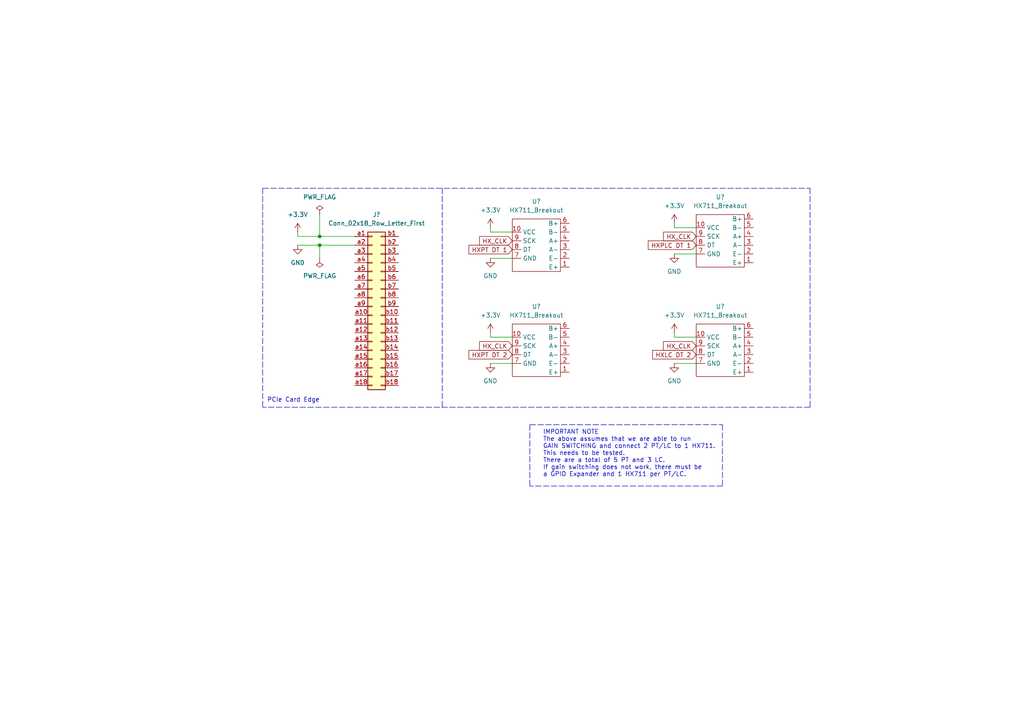
<source format=kicad_sch>
(kicad_sch (version 20211123) (generator eeschema)
  (paper "A4")
  (lib_symbols
    (symbol "Connector_Generic:Conn_02x18_Row_Letter_First" (pin_names (offset 1.016) hide)
      (property "Reference" "J" (at 1.27 22.86 0))
      (property "Value" "Conn_02x18_Row_Letter_First" (at 1.27 -25.4 0))
      (symbol "Conn_02x18_Row_Letter_First_1_1"
        (rectangle (start -1.27 -22.733) (end 0 -22.987) (stroke (width 0.1524)))
        (rectangle (start -1.27 -20.193) (end 0 -20.447) (stroke (width 0.1524)))
        (rectangle (start -1.27 -17.653) (end 0 -17.907) (stroke (width 0.1524)))
        (rectangle (start -1.27 -15.113) (end 0 -15.367) (stroke (width 0.1524)))
        (rectangle (start -1.27 -12.573) (end 0 -12.827) (stroke (width 0.1524)))
        (rectangle (start -1.27 -10.033) (end 0 -10.287) (stroke (width 0.1524)))
        (rectangle (start -1.27 -7.493) (end 0 -7.747) (stroke (width 0.1524)))
        (rectangle (start -1.27 -4.953) (end 0 -5.207) (stroke (width 0.1524)))
        (rectangle (start -1.27 -2.413) (end 0 -2.667) (stroke (width 0.1524)))
        (rectangle (start -1.27 0.127) (end 0 -0.127) (stroke (width 0.1524)))
        (rectangle (start -1.27 2.667) (end 0 2.413) (stroke (width 0.1524)))
        (rectangle (start -1.27 5.207) (end 0 4.953) (stroke (width 0.1524)))
        (rectangle (start -1.27 7.747) (end 0 7.493) (stroke (width 0.1524)))
        (rectangle (start -1.27 10.287) (end 0 10.033) (stroke (width 0.1524)))
        (rectangle (start -1.27 12.827) (end 0 12.573) (stroke (width 0.1524)))
        (rectangle (start -1.27 15.367) (end 0 15.113) (stroke (width 0.1524)))
        (rectangle (start -1.27 17.907) (end 0 17.653) (stroke (width 0.1524)))
        (rectangle (start -1.27 20.447) (end 0 20.193) (stroke (width 0.1524)))
        (rectangle (start -1.27 21.59) (end 3.81 -24.13) (stroke (width 0.254)) (fill (type background)))
        (rectangle (start 3.81 -22.733) (end 2.54 -22.987) (stroke (width 0.1524)))
        (rectangle (start 3.81 -20.193) (end 2.54 -20.447) (stroke (width 0.1524)))
        (rectangle (start 3.81 -17.653) (end 2.54 -17.907) (stroke (width 0.1524)))
        (rectangle (start 3.81 -15.113) (end 2.54 -15.367) (stroke (width 0.1524)))
        (rectangle (start 3.81 -12.573) (end 2.54 -12.827) (stroke (width 0.1524)))
        (rectangle (start 3.81 -10.033) (end 2.54 -10.287) (stroke (width 0.1524)))
        (rectangle (start 3.81 -7.493) (end 2.54 -7.747) (stroke (width 0.1524)))
        (rectangle (start 3.81 -4.953) (end 2.54 -5.207) (stroke (width 0.1524)))
        (rectangle (start 3.81 -2.413) (end 2.54 -2.667) (stroke (width 0.1524)))
        (rectangle (start 3.81 0.127) (end 2.54 -0.127) (stroke (width 0.1524)))
        (rectangle (start 3.81 2.667) (end 2.54 2.413) (stroke (width 0.1524)))
        (rectangle (start 3.81 5.207) (end 2.54 4.953) (stroke (width 0.1524)))
        (rectangle (start 3.81 7.747) (end 2.54 7.493) (stroke (width 0.1524)))
        (rectangle (start 3.81 10.287) (end 2.54 10.033) (stroke (width 0.1524)))
        (rectangle (start 3.81 12.827) (end 2.54 12.573) (stroke (width 0.1524)))
        (rectangle (start 3.81 15.367) (end 2.54 15.113) (stroke (width 0.1524)))
        (rectangle (start 3.81 17.907) (end 2.54 17.653) (stroke (width 0.1524)))
        (rectangle (start 3.81 20.447) (end 2.54 20.193) (stroke (width 0.1524)))
        (pin passive line (at -5.08 20.32 0) (length 3.81) (name "Pin_a1") (number "a1"))
        (pin passive line (at -5.08 -2.54 0) (length 3.81) (name "Pin_a10") (number "a10"))
        (pin passive line (at -5.08 -5.08 0) (length 3.81) (name "Pin_a11") (number "a11"))
        (pin passive line (at -5.08 -7.62 0) (length 3.81) (name "Pin_a12") (number "a12"))
        (pin passive line (at -5.08 -10.16 0) (length 3.81) (name "Pin_a13") (number "a13"))
        (pin passive line (at -5.08 -12.7 0) (length 3.81) (name "Pin_a14") (number "a14"))
        (pin passive line (at -5.08 -15.24 0) (length 3.81) (name "Pin_a15") (number "a15"))
        (pin passive line (at -5.08 -17.78 0) (length 3.81) (name "Pin_a16") (number "a16"))
        (pin passive line (at -5.08 -20.32 0) (length 3.81) (name "Pin_a17") (number "a17"))
        (pin passive line (at -5.08 -22.86 0) (length 3.81) (name "Pin_a18") (number "a18"))
        (pin passive line (at -5.08 17.78 0) (length 3.81) (name "Pin_a2") (number "a2"))
        (pin passive line (at -5.08 15.24 0) (length 3.81) (name "Pin_a3") (number "a3"))
        (pin passive line (at -5.08 12.7 0) (length 3.81) (name "Pin_a4") (number "a4"))
        (pin passive line (at -5.08 10.16 0) (length 3.81) (name "Pin_a5") (number "a5"))
        (pin passive line (at -5.08 7.62 0) (length 3.81) (name "Pin_a6") (number "a6"))
        (pin passive line (at -5.08 5.08 0) (length 3.81) (name "Pin_a7") (number "a7"))
        (pin passive line (at -5.08 2.54 0) (length 3.81) (name "Pin_a8") (number "a8"))
        (pin passive line (at -5.08 0 0) (length 3.81) (name "Pin_a9") (number "a9"))
        (pin passive line (at 7.62 20.32 180) (length 3.81) (name "Pin_b1") (number "b1"))
        (pin passive line (at 7.62 -2.54 180) (length 3.81) (name "Pin_b10") (number "b10"))
        (pin passive line (at 7.62 -5.08 180) (length 3.81) (name "Pin_b11") (number "b11"))
        (pin passive line (at 7.62 -7.62 180) (length 3.81) (name "Pin_b12") (number "b12"))
        (pin passive line (at 7.62 -10.16 180) (length 3.81) (name "Pin_b13") (number "b13"))
        (pin passive line (at 7.62 -12.7 180) (length 3.81) (name "Pin_b14") (number "b14"))
        (pin passive line (at 7.62 -15.24 180) (length 3.81) (name "Pin_b15") (number "b15"))
        (pin passive line (at 7.62 -17.78 180) (length 3.81) (name "Pin_b16") (number "b16"))
        (pin passive line (at 7.62 -20.32 180) (length 3.81) (name "Pin_b17") (number "b17"))
        (pin passive line (at 7.62 -22.86 180) (length 3.81) (name "Pin_b18") (number "b18"))
        (pin passive line (at 7.62 17.78 180) (length 3.81) (name "Pin_b2") (number "b2"))
        (pin passive line (at 7.62 15.24 180) (length 3.81) (name "Pin_b3") (number "b3"))
        (pin passive line (at 7.62 12.7 180) (length 3.81) (name "Pin_b4") (number "b4"))
        (pin passive line (at 7.62 10.16 180) (length 3.81) (name "Pin_b5") (number "b5"))
        (pin passive line (at 7.62 7.62 180) (length 3.81) (name "Pin_b6") (number "b6"))
        (pin passive line (at 7.62 5.08 180) (length 3.81) (name "Pin_b7") (number "b7"))
        (pin passive line (at 7.62 2.54 180) (length 3.81) (name "Pin_b8") (number "b8"))
        (pin passive line (at 7.62 0 180) (length 3.81) (name "Pin_b9") (number "b9"))
      )
    )
    (symbol "ELLIE:HX711_Breakout"
      (property "Reference" "U" (at -1.27 -5.08 0))
      (property "Value" "HX711_Breakout" (at -1.27 -7.62 0))
      (symbol "HX711_Breakout_0_1"
        (rectangle (start -8.89 11.43) (end 5.08 -3.81))
      )
      (symbol "HX711_Breakout_1_1"
        (pin output line (at -11.43 10.16 0) (length 2.54) (name "E+") (number "1"))
        (pin input line (at 5.08 0 180) (length 2.54) (name "VCC") (number "10"))
        (pin output line (at -11.43 7.62 0) (length 2.54) (name "E-") (number "2"))
        (pin output line (at -11.43 5.08 0) (length 2.54) (name "A-") (number "3"))
        (pin output line (at -11.43 2.54 0) (length 2.54) (name "A+") (number "4"))
        (pin output line (at -11.43 0 0) (length 2.54) (name "B-") (number "5"))
        (pin output line (at -11.43 -2.54 0) (length 2.54) (name "B+") (number "6"))
        (pin input line (at 5.08 7.62 180) (length 2.54) (name "GND") (number "7"))
        (pin input line (at 5.08 5.08 180) (length 2.54) (name "DT") (number "8"))
        (pin input line (at 5.08 2.54 180) (length 2.54) (name "SCK") (number "9"))
      )
    )
    (symbol "power:+3.3V" (power) (pin_names (offset 0))
      (property "Value" "+3.3V" (at 0 3.556 0))
      (symbol "+3.3V_0_1"
        (polyline (pts (xy -0.762 1.27) (xy 0 2.54)))
        (polyline (pts (xy 0 0) (xy 0 2.54)))
        (polyline (pts (xy 0 2.54) (xy 0.762 1.27)))
      )
      (symbol "+3.3V_1_1"
        (pin power_in line (at 0 0 90) (length 0) hide (name "+3.3V") (number "1"))
      )
    )
    (symbol "power:GND" (power) (pin_names (offset 0))
      (property "Value" "GND" (at 0 -3.81 0))
      (symbol "GND_0_1"
        (polyline (pts (xy 0 0) (xy 0 -1.27) (xy 1.27 -1.27) (xy 0 -2.54) (xy -1.27 -1.27) (xy 0 -1.27)))
      )
      (symbol "GND_1_1"
        (pin power_in line (at 0 0 270) (length 0) hide (name "GND") (number "1"))
      )
    )
    (symbol "power:PWR_FLAG" (power) (pin_numbers hide) (pin_names (offset 0) hide)
      (property "Value" "PWR_FLAG" (at 0 3.81 0))
      (symbol "PWR_FLAG_0_0"
        (pin power_out line (at 0 0 90) (length 0) (name "pwr") (number "1"))
      )
      (symbol "PWR_FLAG_0_1"
        (polyline (pts (xy 0 0) (xy 0 1.27) (xy -1.016 1.905) (xy 0 2.54) (xy 1.016 1.905) (xy 0 1.27)))
      )
    )
  )
  (junction (at 92.71 68.58))
  (junction (at 92.71 71.12))
  (wire (pts (xy 142.24 105.41) (xy 148.59 105.41)))
  (wire (pts (xy 92.71 68.58) (xy 86.36 68.58)))
  (wire (pts (xy 195.58 97.79) (xy 195.58 96.52)))
  (wire (pts (xy 142.24 74.93) (xy 148.59 74.93)))
  (wire (pts (xy 86.36 68.58) (xy 86.36 67.31)))
  (wire (pts (xy 92.71 62.23) (xy 92.71 68.58)))
  (wire (pts (xy 195.58 66.04) (xy 195.58 64.77)))
  (wire (pts (xy 195.58 105.41) (xy 201.93 105.41)))
  (polyline (pts (xy 209.55 123.19) (xy 209.55 140.97)))
  (wire (pts (xy 92.71 71.12) (xy 102.87 71.12)))
  (polyline (pts (xy 153.67 123.19) (xy 209.55 123.19)))
  (wire (pts (xy 195.58 97.79) (xy 201.93 97.79)))
  (polyline (pts (xy 234.95 54.61) (xy 234.95 118.11)))
  (wire (pts (xy 142.24 97.79) (xy 142.24 96.52)))
  (polyline (pts (xy 128.27 54.61) (xy 128.27 118.11)))
  (wire (pts (xy 102.87 68.58) (xy 92.71 68.58)))
  (polyline (pts (xy 209.55 140.97) (xy 153.67 140.97)))
  (wire (pts (xy 142.24 67.31) (xy 148.59 67.31)))
  (polyline (pts (xy 76.2 54.61) (xy 76.2 118.11)))
  (wire (pts (xy 92.71 71.12) (xy 92.71 74.93)))
  (polyline (pts (xy 153.67 123.19) (xy 153.67 140.97)))
  (polyline (pts (xy 76.2 54.61) (xy 234.95 54.61)))
  (wire (pts (xy 195.58 73.66) (xy 201.93 73.66)))
  (wire (pts (xy 142.24 97.79) (xy 148.59 97.79)))
  (polyline (pts (xy 234.95 118.11) (xy 76.2 118.11)))
  (wire (pts (xy 86.36 71.12) (xy 92.71 71.12)))
  (wire (pts (xy 142.24 67.31) (xy 142.24 66.04)))
  (wire (pts (xy 195.58 66.04) (xy 201.93 66.04)))
  (text "PCIe Card Edge" (at 77.47 116.84 0) (effects (font (size 1.27 1.27)) (justify left bottom)))
  (text "IMPORTANT NOTE\nThe above assumes that we are able to run\nGAIN SWITCHING and connect 2 PT/LC to 1 HX711. \nThis needs to be tested. \nThere are a total of 5 PT and 3 LC. \nIf gain switching does not work, there must be\na GPIO Expander and 1 HX711 per PT/LC. " (at 157.48 138.43 0) (effects (font (size 1.27 1.27)) (justify left bottom)))
  (global_label "HXLC DT 2" (shape input) (at 201.93 102.87 180) (property "Intersheet References" "${INTERSHEET_REFS}" (effects hide)))
  (global_label "HXPT DT 1" (shape input) (at 148.59 72.39 180) (property "Intersheet References" "${INTERSHEET_REFS}" (effects hide)))
  (global_label "HX_CLK" (shape input) (at 201.93 100.33 180) (property "Intersheet References" "${INTERSHEET_REFS}" (effects hide)))
  (global_label "HX_CLK" (shape input) (at 201.93 68.58 180) (property "Intersheet References" "${INTERSHEET_REFS}" (effects hide)))
  (global_label "HX_CLK" (shape input) (at 148.59 100.33 180) (property "Intersheet References" "${INTERSHEET_REFS}" (effects hide)))
  (global_label "HX_CLK" (shape input) (at 148.59 69.85 180) (property "Intersheet References" "${INTERSHEET_REFS}" (effects hide)))
  (global_label "HXPT DT 2" (shape input) (at 148.59 102.87 180) (property "Intersheet References" "${INTERSHEET_REFS}" (effects hide)))
  (global_label "HXPLC DT 1" (shape input) (at 201.93 71.12 180) (property "Intersheet References" "${INTERSHEET_REFS}" (effects hide)))
  (symbol (lib_id "power:GND") (at 195.58 105.41 0) (unit 1)
    (property "Reference" "#PWR?" (effects hide))
    (property "Value" "GND" (at 195.58 110.49 0))
  )
  (symbol (lib_id "power:+3.3V") (at 142.24 66.04 0) (unit 1)
    (property "Reference" "#PWR?" (effects hide))
    (property "Value" "+3.3V" (at 142.24 60.96 0))
  )
  (symbol (lib_id "power:+3.3V") (at 142.24 96.52 0) (unit 1)
    (property "Reference" "#PWR?" (effects hide))
    (property "Value" "+3.3V" (at 142.24 91.44 0))
  )
  (symbol (lib_id "ELLIE:HX711_Breakout") (at 207.01 97.79 180) (unit 1)
    (property "Reference" "U?" (at 208.915 88.9 0))
    (property "Value" "HX711_Breakout" (at 208.915 91.44 0))
  )
  (symbol (lib_id "power:+3.3V") (at 195.58 64.77 0) (unit 1)
    (property "Reference" "#PWR?" (effects hide))
    (property "Value" "+3.3V" (at 195.58 59.69 0))
  )
  (symbol (lib_id "power:GND") (at 142.24 74.93 0) (unit 1)
    (property "Reference" "#PWR?" (effects hide))
    (property "Value" "GND" (at 142.24 80.01 0))
  )
  (symbol (lib_id "ELLIE:HX711_Breakout") (at 153.67 97.79 180) (unit 1)
    (property "Reference" "U?" (at 155.575 88.9 0))
    (property "Value" "HX711_Breakout" (at 155.575 91.44 0))
  )
  (symbol (lib_id "ELLIE:HX711_Breakout") (at 207.01 66.04 180) (unit 1)
    (property "Reference" "U?" (at 208.915 57.15 0))
    (property "Value" "HX711_Breakout" (at 208.915 59.69 0))
  )
  (symbol (lib_id "ELLIE:HX711_Breakout") (at 153.67 67.31 180) (unit 1)
    (property "Reference" "U?" (at 155.575 58.42 0))
    (property "Value" "HX711_Breakout" (at 155.575 60.96 0))
  )
  (symbol (lib_id "power:GND") (at 86.36 71.12 0) (unit 1)
    (property "Reference" "#PWR?" (effects hide))
    (property "Value" "GND" (at 86.36 76.2 0))
  )
  (symbol (lib_id "power:+3.3V") (at 86.36 67.31 0) (unit 1)
    (property "Reference" "#PWR?" (effects hide))
    (property "Value" "+3.3V" (at 86.36 62.23 0))
  )
  (symbol (lib_id "Connector_Generic:Conn_02x18_Row_Letter_First") (at 107.95 88.9 0) (unit 1)
    (property "Reference" "J?" (at 109.22 62.23 0))
    (property "Value" "Conn_02x18_Row_Letter_First" (at 109.22 64.77 0))
  )
  (symbol (lib_id "power:+3.3V") (at 195.58 96.52 0) (unit 1)
    (property "Reference" "#PWR?" (effects hide))
    (property "Value" "+3.3V" (at 195.58 91.44 0))
  )
  (symbol (lib_id "power:GND") (at 142.24 105.41 0) (unit 1)
    (property "Reference" "#PWR?" (effects hide))
    (property "Value" "GND" (at 142.24 110.49 0))
  )
  (symbol (lib_id "power:PWR_FLAG") (at 92.71 74.93 180) (unit 1)
    (property "Reference" "#FLG?" (effects hide))
    (property "Value" "PWR_FLAG" (at 92.71 80.01 0))
  )
  (symbol (lib_id "power:GND") (at 195.58 73.66 0) (unit 1)
    (property "Reference" "#PWR?" (effects hide))
    (property "Value" "GND" (at 195.58 78.74 0))
  )
  (symbol (lib_id "power:PWR_FLAG") (at 92.71 62.23 0) (unit 1)
    (property "Reference" "#FLG?" (effects hide))
    (property "Value" "PWR_FLAG" (at 92.71 57.15 0))
  )
)
</source>
